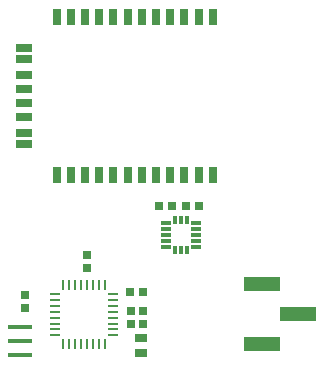
<source format=gtp>
G04 (created by PCBNEW (2013-05-31 BZR 4019)-stable) date 7/3/2014 2:31:18 PM*
%MOIN*%
G04 Gerber Fmt 3.4, Leading zero omitted, Abs format*
%FSLAX34Y34*%
G01*
G70*
G90*
G04 APERTURE LIST*
%ADD10C,0.00590551*%
%ADD11R,0.0314961X0.0551181*%
%ADD12R,0.0551181X0.0314961*%
%ADD13R,0.0364173X0.011811*%
%ADD14R,0.011811X0.0314961*%
%ADD15R,0.0275X0.0315*%
%ADD16R,0.04X0.025*%
%ADD17R,0.0315X0.0275*%
%ADD18R,0.120079X0.05*%
%ADD19R,0.0787402X0.015748*%
%ADD20R,0.0334X0.011*%
%ADD21R,0.011X0.0334*%
G04 APERTURE END LIST*
G54D10*
G54D11*
X46279Y-16362D03*
X45807Y-16362D03*
X45334Y-16362D03*
X44862Y-16362D03*
X44390Y-16362D03*
X43917Y-16362D03*
X43445Y-16362D03*
X42972Y-16362D03*
X42500Y-16362D03*
X42027Y-16362D03*
X41555Y-16362D03*
X41082Y-16362D03*
X41082Y-21637D03*
X41555Y-21637D03*
X42027Y-21637D03*
X42500Y-21637D03*
X42972Y-21637D03*
X43445Y-21637D03*
X43917Y-21637D03*
X44390Y-21637D03*
X44862Y-21637D03*
X45334Y-21637D03*
X45807Y-21637D03*
X46279Y-21637D03*
G54D12*
X39980Y-20614D03*
X39980Y-20220D03*
X39980Y-19708D03*
X39980Y-19236D03*
X39980Y-18763D03*
X39980Y-18291D03*
X39980Y-17779D03*
X39980Y-17385D03*
G54D13*
X45726Y-24033D03*
X45726Y-23836D03*
X45726Y-23246D03*
X45726Y-23443D03*
X45726Y-23640D03*
X44713Y-23640D03*
X44713Y-23443D03*
X44713Y-23246D03*
X44713Y-23836D03*
X44713Y-24033D03*
G54D14*
X45220Y-23138D03*
X45220Y-24141D03*
X45023Y-23138D03*
X45416Y-23138D03*
X45023Y-24141D03*
X45416Y-24141D03*
G54D15*
X42100Y-24294D03*
X42100Y-24726D03*
G54D16*
X43880Y-27069D03*
X43880Y-27571D03*
G54D17*
X43956Y-25540D03*
X43524Y-25540D03*
G54D15*
X43940Y-26616D03*
X43940Y-26184D03*
X40030Y-26076D03*
X40030Y-25644D03*
G54D17*
X45384Y-22660D03*
X45816Y-22660D03*
X44504Y-22660D03*
X44936Y-22660D03*
G54D15*
X43560Y-26616D03*
X43560Y-26184D03*
G54D18*
X49120Y-26260D03*
X47919Y-27260D03*
X47919Y-25260D03*
G54D19*
X39840Y-27160D03*
X39840Y-26687D03*
X39840Y-27632D03*
G54D20*
X41016Y-25798D03*
X41016Y-25995D03*
X41016Y-26192D03*
X41016Y-26388D03*
X41016Y-26978D03*
G54D21*
X41302Y-27264D03*
X41498Y-27264D03*
X41695Y-27264D03*
X41892Y-27264D03*
X42088Y-27264D03*
X42285Y-27264D03*
G54D20*
X41016Y-25602D03*
G54D21*
X42482Y-27264D03*
X42678Y-27264D03*
G54D20*
X42964Y-26978D03*
X42964Y-26782D03*
X42964Y-26585D03*
X42964Y-26388D03*
X42964Y-26192D03*
X42964Y-25995D03*
X42964Y-25798D03*
X42964Y-25602D03*
G54D21*
X42678Y-25316D03*
X42482Y-25316D03*
X42285Y-25316D03*
X42088Y-25316D03*
G54D20*
X41016Y-26585D03*
X41016Y-26782D03*
G54D21*
X41892Y-25316D03*
X41695Y-25316D03*
X41498Y-25316D03*
X41302Y-25316D03*
M02*

</source>
